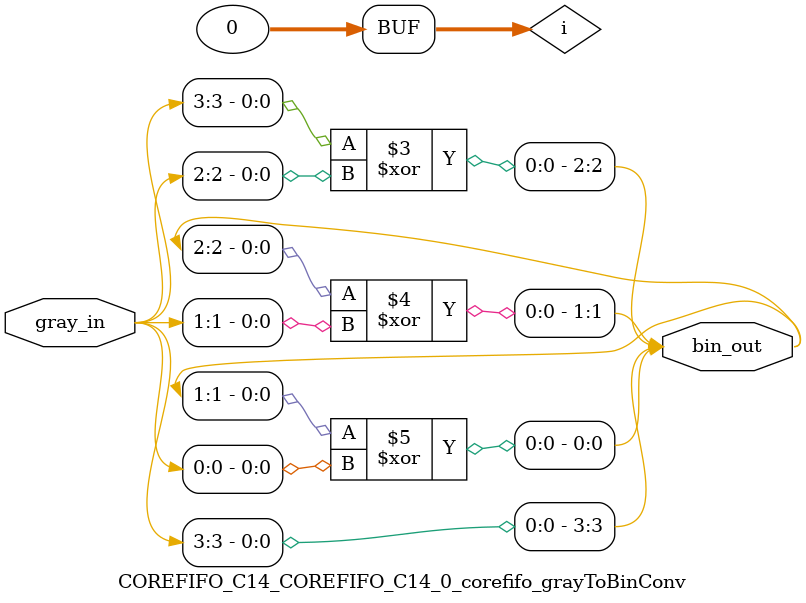
<source format=v>

`timescale 1ns / 100ps

module COREFIFO_C14_COREFIFO_C14_0_corefifo_grayToBinConv(
                                         gray_in,
                                         bin_out
                                        );

   // --------------------------------------------------------------------------
   // Parameter Declaration
   // --------------------------------------------------------------------------
   parameter ADDRWIDTH  = 3;
  // parameter SYNC_RESET = 0;   

   // --------------------------------------------------------------------------
   // I/O Declaration
   // --------------------------------------------------------------------------

   //--------
   // Inputs
   //--------
   input [ADDRWIDTH:0]    gray_in;

   //---------
   // Outputs
   //---------
   output [ADDRWIDTH:0] bin_out;

   // --------------------------------------------------------------------------
   // Internal signals
   // --------------------------------------------------------------------------
   reg [ADDRWIDTH:0]      bin_out;   
   integer                i;
   

   // --------------------------------------------------------------------------
   //                               Start - of - Code
   // --------------------------------------------------------------------------


   // --------------------------------------------------------------------------
   // Logic to Convert the Gray code to Binary
   // --------------------------------------------------------------------------
   always @(*) begin

      bin_out[ADDRWIDTH]  = gray_in[ADDRWIDTH];      

      for(i=ADDRWIDTH;i>0;i = i-1) begin
         bin_out[i-1]     = (bin_out[i] ^ gray_in[i-1]);
      end

   end

endmodule // corefifo_grayToBinConv

// --------------------------------------------------------------------------
//                             End - of - Code
// --------------------------------------------------------------------------

</source>
